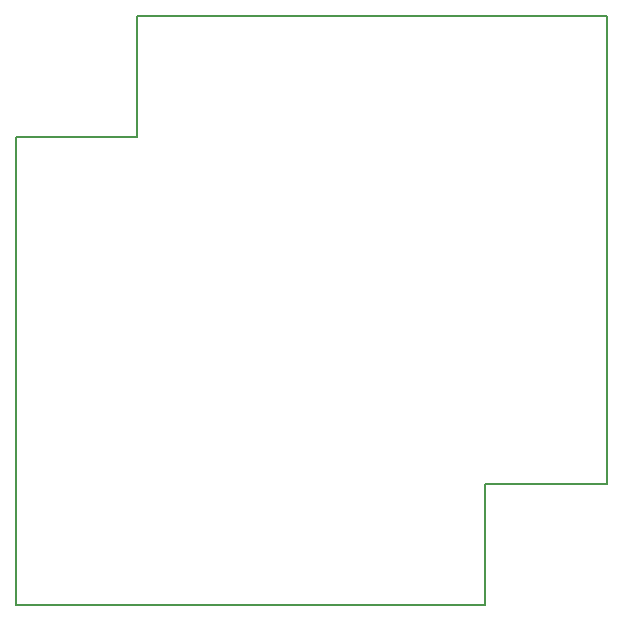
<source format=gko>
G04 #@! TF.FileFunction,Profile,NP*
%FSLAX46Y46*%
G04 Gerber Fmt 4.6, Leading zero omitted, Abs format (unit mm)*
G04 Created by KiCad (PCBNEW 4.0.5) date 03/25/17 21:50:00*
%MOMM*%
%LPD*%
G01*
G04 APERTURE LIST*
%ADD10C,0.100000*%
%ADD11C,0.150000*%
G04 APERTURE END LIST*
D10*
D11*
X103886000Y-48577500D02*
X103886000Y-85153500D01*
X103886000Y-85153500D02*
X103886000Y-88201500D01*
X64135000Y-48577500D02*
X103886000Y-48577500D01*
X64135000Y-58864500D02*
X64135000Y-48577500D01*
X93599000Y-88201500D02*
X103886000Y-88201500D01*
X64135000Y-58864500D02*
X53848000Y-58864500D01*
X93599000Y-88201500D02*
X93599000Y-98488500D01*
X93599000Y-98488500D02*
X53848000Y-98488500D01*
X53848000Y-61912500D02*
X53848000Y-58864500D01*
X53848000Y-98488500D02*
X53848000Y-61912500D01*
M02*

</source>
